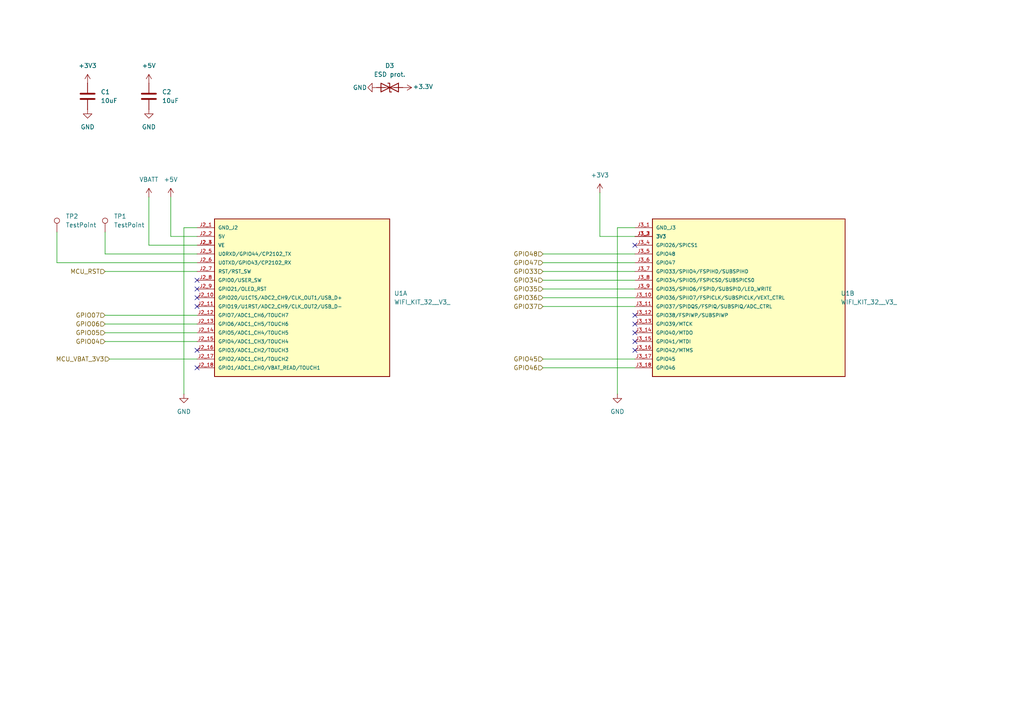
<source format=kicad_sch>
(kicad_sch (version 20250114) (generator "eeschema") (generator_version "9.0")
  (paper "A4")
  (lib_symbols
    (symbol "Connector:TestPoint" (pin_numbers (hide yes)) (pin_names (offset 0.762) (hide yes))
      (property "Reference" "TP" (at 0 6.858 0))
      (property "Value" "TestPoint" (at 0 5.08 0))
      (symbol "TestPoint_0_1"
        (circle (center 0 3.302) (radius 0.762))
      )
      (symbol "TestPoint_1_1"
        (pin passive line (at 0 0 90) (length 2.54) (name "1") (number "1"))
      )
    )
    (symbol "Device:C" (pin_numbers (hide yes)) (pin_names (offset 0.254))
      (property "Reference" "C" (at 0.635 2.54 0))
      (property "Value" "C" (at 0.635 -2.54 0))
      (symbol "C_0_1"
        (polyline (pts (xy -2.032 0.762) (xy 2.032 0.762)) (stroke (width 0.508)))
        (polyline (pts (xy -2.032 -0.762) (xy 2.032 -0.762)) (stroke (width 0.508)))
      )
      (symbol "C_1_1"
        (pin passive line (at 0 3.81 270) (length 2.794) (name "~") (number "1"))
        (pin passive line (at 0 -3.81 90) (length 2.794) (name "~") (number "2"))
      )
    )
    (symbol "Device:D_TVS" (pin_numbers (hide yes)) (pin_names (offset 1.016) (hide yes))
      (property "Reference" "D" (at 0 2.54 0))
      (property "Value" "D_TVS" (at 0 -2.54 0))
      (symbol "D_TVS_0_1"
        (polyline (pts (xy -2.54 1.27) (xy -2.54 -1.27) (xy 2.54 1.27) (xy 2.54 -1.27) (xy -2.54 1.27)) (stroke (width 0.254)))
        (polyline (pts (xy 0.508 1.27) (xy 0 1.27) (xy 0 -1.27) (xy -0.508 -1.27)) (stroke (width 0.254)))
        (polyline (pts (xy 1.27 0) (xy -1.27 0)))
      )
      (symbol "D_TVS_1_1"
        (pin passive line (at -3.81 0 0) (length 2.54) (name "A1") (number "1"))
        (pin passive line (at 3.81 0 180) (length 2.54) (name "A2") (number "2"))
      )
    )
    (symbol "WIFI_KIT_32__V3_:WIFI_KIT_32__V3_" (pin_names (offset 1.016))
      (property "Reference" "U" (at -25.4 23.368 0))
      (property "Value" "WIFI_KIT_32__V3_" (at -25.4 -25.4 0))
      (symbol "WIFI_KIT_32__V3__1_0"
        (rectangle (start -25.4 -22.86) (end 25.4 22.86) (stroke (width 0.254)) (fill (type background)))
        (pin power_in line (at -30.48 20.32 0) (length 5.08) (name "GND_J2") (number "J2_1"))
        (pin power_in line (at -30.48 17.78 0) (length 5.08) (name "5V") (number "J2_2"))
        (pin power_in line (at -30.48 15.24 0) (length 5.08) (name "VE") (number "J2_3"))
        (pin power_in line (at -30.48 15.24 0) (length 5.08) (name "VE") (number "J2_4"))
        (pin bidirectional line (at -30.48 12.7 0) (length 5.08) (name "U0RXD/GPIO44/CP2102_TX") (number "J2_5"))
        (pin bidirectional line (at -30.48 10.16 0) (length 5.08) (name "U0TXD/GPIO43/CP2102_RX") (number "J2_6"))
        (pin input line (at -30.48 7.62 0) (length 5.08) (name "RST/RST_SW") (number "J2_7"))
        (pin bidirectional line (at -30.48 5.08 0) (length 5.08) (name "GPIO0/USER_SW") (number "J2_8"))
        (pin bidirectional line (at -30.48 2.54 0) (length 5.08) (name "GPIO21/OLED_RST") (number "J2_9"))
        (pin bidirectional line (at -30.48 0 0) (length 5.08) (name "GPIO20/U1CTS/ADC2_CH9/CLK_OUT1/USB_D+") (number "J2_10"))
        (pin bidirectional line (at -30.48 -2.54 0) (length 5.08) (name "GPIO19/U1RST/ADC2_CH9/CLK_OUT2/USB_D-") (number "J2_11"))
        (pin bidirectional line (at -30.48 -5.08 0) (length 5.08) (name "GPIO7/ADC1_CH6/TOUCH7") (number "J2_12"))
        (pin bidirectional line (at -30.48 -7.62 0) (length 5.08) (name "GPIO6/ADC1_CH5/TOUCH6") (number "J2_13"))
        (pin bidirectional line (at -30.48 -10.16 0) (length 5.08) (name "GPIO5/ADC1_CH4/TOUCH5") (number "J2_14"))
        (pin bidirectional line (at -30.48 -12.7 0) (length 5.08) (name "GPIO4/ADC1_CH3/TOUCH4") (number "J2_15"))
        (pin bidirectional line (at -30.48 -15.24 0) (length 5.08) (name "GPIO3/ADC1_CH2/TOUCH3") (number "J2_16"))
        (pin bidirectional line (at -30.48 -17.78 0) (length 5.08) (name "GPIO2/ADC1_CH1/TOUCH2") (number "J2_17"))
        (pin bidirectional line (at -30.48 -20.32 0) (length 5.08) (name "GPIO1/ADC1_CH0/VBAT_READ/TOUCH1") (number "J2_18"))
      )
      (symbol "WIFI_KIT_32__V3__2_0"
        (rectangle (start -27.94 -22.86) (end 27.94 22.86) (stroke (width 0.254)) (fill (type background)))
        (pin power_in line (at -33.02 20.32 0) (length 5.08) (name "GND_J3") (number "J3_1"))
        (pin power_in line (at -33.02 17.78 0) (length 5.08) (name "3V3") (number "J3_2"))
        (pin power_in line (at -33.02 17.78 0) (length 5.08) (name "3V3") (number "J3_3"))
        (pin bidirectional line (at -33.02 15.24 0) (length 5.08) (name "GPIO26/SPICS1") (number "J3_4"))
        (pin bidirectional line (at -33.02 12.7 0) (length 5.08) (name "GPIO48") (number "J3_5"))
        (pin bidirectional line (at -33.02 10.16 0) (length 5.08) (name "GPIO47") (number "J3_6"))
        (pin bidirectional line (at -33.02 7.62 0) (length 5.08) (name "GPIO33/SPIIO4/FSPIHD/SUBSPIHD") (number "J3_7"))
        (pin bidirectional line (at -33.02 5.08 0) (length 5.08) (name "GPIO34/SPIIO5/FSPICS0/SUBSPICS0") (number "J3_8"))
        (pin bidirectional line (at -33.02 2.54 0) (length 5.08) (name "GPIO35/SPIIO6/FSPID/SUBSPID/LED_WRITE") (number "J3_9"))
        (pin bidirectional line (at -33.02 0 0) (length 5.08) (name "GPIO36/SPIIO7/FSPICLK/SUBSPICLK/VEXT_CTRL") (number "J3_10"))
        (pin bidirectional line (at -33.02 -2.54 0) (length 5.08) (name "GPIO37/SPIDQS/FSPIQ/SUBSPIQ/ADC_CTRL") (number "J3_11"))
        (pin bidirectional line (at -33.02 -5.08 0) (length 5.08) (name "GPIO38/FSPIWP/SUBSPIWP") (number "J3_12"))
        (pin bidirectional line (at -33.02 -7.62 0) (length 5.08) (name "GPIO39/MTCK") (number "J3_13"))
        (pin bidirectional line (at -33.02 -10.16 0) (length 5.08) (name "GPIO40/MTDO") (number "J3_14"))
        (pin bidirectional line (at -33.02 -12.7 0) (length 5.08) (name "GPIO41/MTDI") (number "J3_15"))
        (pin bidirectional line (at -33.02 -15.24 0) (length 5.08) (name "GPIO42/MTMS") (number "J3_16"))
        (pin bidirectional line (at -33.02 -17.78 0) (length 5.08) (name "GPIO45") (number "J3_17"))
        (pin bidirectional line (at -33.02 -20.32 0) (length 5.08) (name "GPIO46") (number "J3_18"))
      )
    )
    (symbol "mch2021-rescue:GND-power" (power) (pin_names (offset 0))
      (property "Value" "GND-power" (at 0 -3.81 0))
      (symbol "GND-power_0_1"
        (polyline (pts (xy 0 0) (xy 0 -1.27) (xy 1.27 -1.27) (xy 0 -2.54) (xy -1.27 -1.27) (xy 0 -1.27)))
      )
      (symbol "GND-power_1_1"
        (pin power_in line (at 0 0 270) (length 0) (hide yes) (name "GND") (number "1"))
      )
    )
    (symbol "power:+3.3V" (power) (pin_names (offset 0))
      (property "Value" "+3.3V" (at 0 3.556 0))
      (symbol "+3.3V_0_1"
        (polyline (pts (xy -0.762 1.27) (xy 0 2.54)))
        (polyline (pts (xy 0 2.54) (xy 0.762 1.27)))
        (polyline (pts (xy 0 0) (xy 0 2.54)))
      )
      (symbol "+3.3V_1_1"
        (pin power_in line (at 0 0 90) (length 0) (hide yes) (name "+3.3V") (number "1"))
      )
    )
    (symbol "power:+3V3" (power) (pin_numbers (hide yes)) (pin_names (offset 0) (hide yes))
      (property "Value" "+3V3" (at 0 3.556 0))
      (symbol "+3V3_0_1"
        (polyline (pts (xy -0.762 1.27) (xy 0 2.54)))
        (polyline (pts (xy 0 2.54) (xy 0.762 1.27)))
        (polyline (pts (xy 0 0) (xy 0 2.54)))
      )
      (symbol "+3V3_1_1"
        (pin power_in line (at 0 0 90) (length 0) (name "~") (number "1"))
      )
    )
    (symbol "power:+5V" (power) (pin_numbers (hide yes)) (pin_names (offset 0) (hide yes))
      (property "Value" "+5V" (at 0 3.556 0))
      (symbol "+5V_0_1"
        (polyline (pts (xy -0.762 1.27) (xy 0 2.54)))
        (polyline (pts (xy 0 2.54) (xy 0.762 1.27)))
        (polyline (pts (xy 0 0) (xy 0 2.54)))
      )
      (symbol "+5V_1_1"
        (pin power_in line (at 0 0 90) (length 0) (name "~") (number "1"))
      )
    )
    (symbol "power:GND" (power) (pin_numbers (hide yes)) (pin_names (offset 0) (hide yes))
      (property "Value" "GND" (at 0 -3.81 0))
      (symbol "GND_0_1"
        (polyline (pts (xy 0 0) (xy 0 -1.27) (xy 1.27 -1.27) (xy 0 -2.54) (xy -1.27 -1.27) (xy 0 -1.27)))
      )
      (symbol "GND_1_1"
        (pin power_in line (at 0 0 270) (length 0) (name "~") (number "1"))
      )
    )
    (symbol "power:VBUS" (power) (pin_numbers (hide yes)) (pin_names (offset 0) (hide yes))
      (property "Value" "VBUS" (at 0 3.556 0))
      (symbol "VBUS_0_1"
        (polyline (pts (xy -0.762 1.27) (xy 0 2.54)))
        (polyline (pts (xy 0 2.54) (xy 0.762 1.27)))
        (polyline (pts (xy 0 0) (xy 0 2.54)))
      )
      (symbol "VBUS_1_1"
        (pin power_in line (at 0 0 90) (length 0) (name "~") (number "1"))
      )
    )
  )
  (no_connect (at 57.15 83.82))
  (no_connect (at 184.15 99.06))
  (no_connect (at 57.15 101.6))
  (no_connect (at 184.15 101.6))
  (no_connect (at 184.15 71.12))
  (no_connect (at 184.15 93.98))
  (no_connect (at 57.15 81.28))
  (no_connect (at 57.15 86.36))
  (no_connect (at 184.15 96.52))
  (no_connect (at 57.15 106.68))
  (no_connect (at 57.15 88.9))
  (no_connect (at 184.15 91.44))
  (wire (pts (xy 157.48 78.74) (xy 184.15 78.74)))
  (wire (pts (xy 157.48 106.68) (xy 184.15 106.68)))
  (wire (pts (xy 157.48 76.2) (xy 184.15 76.2)))
  (wire (pts (xy 30.48 73.66) (xy 57.15 73.66)))
  (wire (pts (xy 157.48 81.28) (xy 184.15 81.28)))
  (wire (pts (xy 179.07 66.04) (xy 184.15 66.04)))
  (wire (pts (xy 30.48 91.44) (xy 57.15 91.44)))
  (wire (pts (xy 53.34 66.04) (xy 57.15 66.04)))
  (wire (pts (xy 49.53 57.15) (xy 49.53 68.58)))
  (wire (pts (xy 30.48 99.06) (xy 57.15 99.06)))
  (wire (pts (xy 53.34 66.04) (xy 53.34 114.3)))
  (wire (pts (xy 31.75 104.14) (xy 57.15 104.14)))
  (wire (pts (xy 173.99 55.88) (xy 173.99 68.58)))
  (wire (pts (xy 179.07 66.04) (xy 179.07 114.3)))
  (wire (pts (xy 43.18 57.15) (xy 43.18 71.12)))
  (wire (pts (xy 157.48 86.36) (xy 184.15 86.36)))
  (wire (pts (xy 157.48 83.82) (xy 184.15 83.82)))
  (wire (pts (xy 16.51 76.2) (xy 57.15 76.2)))
  (wire (pts (xy 157.48 104.14) (xy 184.15 104.14)))
  (wire (pts (xy 30.48 96.52) (xy 57.15 96.52)))
  (wire (pts (xy 157.48 73.66) (xy 184.15 73.66)))
  (wire (pts (xy 43.18 71.12) (xy 57.15 71.12)))
  (wire (pts (xy 30.48 67.31) (xy 30.48 73.66)))
  (wire (pts (xy 157.48 88.9) (xy 184.15 88.9)))
  (wire (pts (xy 30.48 78.74) (xy 57.15 78.74)))
  (wire (pts (xy 49.53 68.58) (xy 57.15 68.58)))
  (wire (pts (xy 16.51 67.31) (xy 16.51 76.2)))
  (wire (pts (xy 173.99 68.58) (xy 184.15 68.58)))
  (wire (pts (xy 30.48 93.98) (xy 57.15 93.98)))
  (hierarchical_label "GPIO06" (shape input) (at 30.48 93.98 180))
  (hierarchical_label "GPIO46" (shape input) (at 157.48 106.68 180))
  (hierarchical_label "GPIO37" (shape input) (at 157.48 88.9 180))
  (hierarchical_label "GPIO45" (shape input) (at 157.48 104.14 180))
  (hierarchical_label "GPIO34" (shape input) (at 157.48 81.28 180))
  (hierarchical_label "MCU_VBAT_3V3" (shape input) (at 31.75 104.14 180))
  (hierarchical_label "GPIO48" (shape input) (at 157.48 73.66 180))
  (hierarchical_label "GPIO33" (shape input) (at 157.48 78.74 180))
  (hierarchical_label "GPIO05" (shape input) (at 30.48 96.52 180))
  (hierarchical_label "GPIO07" (shape input) (at 30.48 91.44 180))
  (hierarchical_label "GPIO35" (shape input) (at 157.48 83.82 180))
  (hierarchical_label "GPIO47" (shape input) (at 157.48 76.2 180))
  (hierarchical_label "MCU_RST" (shape input) (at 30.48 78.74 180))
  (hierarchical_label "GPIO36" (shape input) (at 157.48 86.36 180))
  (hierarchical_label "GPIO04" (shape input) (at 30.48 99.06 180))
  (symbol (lib_id "WIFI_KIT_32__V3_:WIFI_KIT_32__V3_") (at 87.63 86.36 0) (unit 1) (in_bom no)
    (property "Reference" "U1" (at 114.3 85.0899 0) (effects (justify left)))
    (property "Value" "WIFI_KIT_32__V3_" (at 114.3 87.6299 0) (effects (justify left)))
    (property "Footprint" "footprints:MODULE_WIFI_KIT_32__V3_" (effects (hide yes)))
    (property "Datasheet" "https://heltec.org/project/wifi-lora-32-v3/" (effects (hide yes)))
    (property "Description" "Heltec Wifi Bluetooth LoRa module" (effects (hide yes)))
    (property "MF" "Heltec Automation" (effects (hide yes)))
    (property "MAXIMUM_PACKAGE_HEIGHT" "10.2mm" (effects (hide yes)))
    (property "Package" "Package" (effects (hide yes)))
    (property "Price" "None" (effects (hide yes)))
    (property "Check_prices" "https://www.snapeda.com/parts/WIFI%20KIT%2032%20(V3)/Heltec+Automation/view-part/?ref=eda" (effects (hide yes)))
    (property "STANDARD" "Manufacturer Recommendations" (effects (hide yes)))
    (property "PARTREV" "Rev 1.1" (effects (hide yes)))
    (property "SnapEDA_Link" "https://www.snapeda.com/parts/WIFI%20KIT%2032%20(V3)/Heltec+Automation/view-part/?ref=snap" (effects (hide yes)))
    (property "MP" "WIFI KIT 32 (V3)" (effects (hide yes)))
    (property "Description_1" "*GPIO input only\n*ADC preamplifier\n*GPIOs are 3.3V tolerant only" (effects (hide yes)))
    (property "Availability" "Not in stock" (effects (hide yes)))
    (property "MANUFACTURER" "Heltec Automation" (effects (hide yes)))
  )
  (symbol (lib_id "mch2021-rescue:GND-power") (at 109.22 25.4 270) (unit 1)
    (property "Reference" "#PWR040" (effects (hide yes)))
    (property "Value" "GND" (at 104.394 25.4 90))
  )
  (symbol (lib_id "Device:C") (at 25.4 27.94 0) (unit 1)
    (property "Reference" "C1" (at 29.21 26.6699 0) (effects (justify left)))
    (property "Value" "10uF" (at 29.21 29.2099 0) (effects (justify left)))
    (property "Footprint" "Capacitor_SMD:C_0805_2012Metric" (effects (hide yes)))
    (property "Datasheet" "https://jlcpcb.com/partdetail/2065-CL21A106KOQNNNE/C1713" (effects (hide yes)))
    (property "Description" "Unpolarized capacitor" (effects (hide yes)))
    (property "LCSC" "C1713" (effects (hide yes)))
  )
  (symbol (lib_id "power:+3V3") (at 173.99 55.88 0) (unit 1)
    (property "Reference" "#PWR01" (effects (hide yes)))
    (property "Value" "+3V3" (at 173.99 50.8 0))
    (property "Description" "Power symbol creates a global label with name \"+3V3\"" (effects (hide yes)))
  )
  (symbol (lib_id "power:+3.3V") (at 116.84 25.4 270) (unit 1)
    (property "Reference" "#PWR041" (effects (hide yes)))
    (property "Value" "+3.3V" (at 122.682 25.146 90))
    (property "Description" "Power symbol creates a global label with name \"+3.3V\"" (effects (hide yes)))
  )
  (symbol (lib_id "power:+5V") (at 49.53 57.15 0) (unit 1)
    (property "Reference" "#PWR02" (effects (hide yes)))
    (property "Value" "+5V" (at 49.53 52.07 0))
    (property "Description" "Power symbol creates a global label with name \"+5V\"" (effects (hide yes)))
  )
  (symbol (lib_id "power:+5V") (at 43.18 24.13 0) (unit 1)
    (property "Reference" "#PWR08" (effects (hide yes)))
    (property "Value" "+5V" (at 43.18 19.05 0))
    (property "Description" "Power symbol creates a global label with name \"+5V\"" (effects (hide yes)))
  )
  (symbol (lib_id "power:GND") (at 43.18 31.75 0) (unit 1)
    (property "Reference" "#PWR06" (effects (hide yes)))
    (property "Value" "GND" (at 43.18 36.83 0))
    (property "Description" "Power symbol creates a global label with name \"GND\" , ground" (effects (hide yes)))
  )
  (symbol (lib_id "Connector:TestPoint") (at 16.51 67.31 0) (unit 1)
    (property "Reference" "TP2" (at 19.05 62.7379 0) (effects (justify left)))
    (property "Value" "TestPoint" (at 19.05 65.2779 0) (effects (justify left)))
    (property "Footprint" "TestPoint:TestPoint_Pad_D1.0mm" (effects (hide yes)))
    (property "Description" "test point" (effects (hide yes)))
  )
  (symbol (lib_id "Device:D_TVS") (at 113.03 25.4 0) (mirror y) (unit 1)
    (property "Reference" "D3" (at 113.03 19.05 0))
    (property "Value" "ESD prot." (at 113.03 21.59 0))
    (property "Footprint" "Diode_SMD:D_SOD-323" (effects (hide yes)))
    (property "Datasheet" "https://jlcpcb.com/partdetail/Elecsuper-CDSOD323T03SC/C22363742" (effects (hide yes)))
    (property "LCSC" "C22363742" (effects (hide yes)))
  )
  (symbol (lib_id "WIFI_KIT_32__V3_:WIFI_KIT_32__V3_") (at 217.17 86.36 0) (unit 2) (in_bom no)
    (property "Reference" "U1" (at 243.84 85.0899 0) (effects (justify left)))
    (property "Value" "WIFI_KIT_32__V3_" (at 243.84 87.6299 0) (effects (justify left)))
    (property "Footprint" "footprints:MODULE_WIFI_KIT_32__V3_" (effects (hide yes)))
    (property "Datasheet" "https://heltec.org/project/wifi-lora-32-v3/" (effects (hide yes)))
    (property "Description" "Heltec Wifi Bluetooth LoRa module" (effects (hide yes)))
    (property "MF" "Heltec Automation" (effects (hide yes)))
    (property "MAXIMUM_PACKAGE_HEIGHT" "10.2mm" (effects (hide yes)))
    (property "Package" "Package" (effects (hide yes)))
    (property "Price" "None" (effects (hide yes)))
    (property "Check_prices" "https://www.snapeda.com/parts/WIFI%20KIT%2032%20(V3)/Heltec+Automation/view-part/?ref=eda" (effects (hide yes)))
    (property "STANDARD" "Manufacturer Recommendations" (effects (hide yes)))
    (property "PARTREV" "Rev 1.1" (effects (hide yes)))
    (property "SnapEDA_Link" "https://www.snapeda.com/parts/WIFI%20KIT%2032%20(V3)/Heltec+Automation/view-part/?ref=snap" (effects (hide yes)))
    (property "MP" "WIFI KIT 32 (V3)" (effects (hide yes)))
    (property "Description_1" "*GPIO input only\n*ADC preamplifier\n*GPIOs are 3.3V tolerant only" (effects (hide yes)))
    (property "Availability" "Not in stock" (effects (hide yes)))
    (property "MANUFACTURER" "Heltec Automation" (effects (hide yes)))
  )
  (symbol (lib_id "power:+3V3") (at 25.4 24.13 0) (unit 1)
    (property "Reference" "#PWR09" (effects (hide yes)))
    (property "Value" "+3V3" (at 25.4 19.05 0))
    (property "Description" "Power symbol creates a global label with name \"+3V3\"" (effects (hide yes)))
  )
  (symbol (lib_id "power:GND") (at 53.34 114.3 0) (unit 1)
    (property "Reference" "#PWR05" (effects (hide yes)))
    (property "Value" "GND" (at 53.34 119.38 0))
    (property "Description" "Power symbol creates a global label with name \"GND\" , ground" (effects (hide yes)))
  )
  (symbol (lib_id "power:GND") (at 179.07 114.3 0) (unit 1)
    (property "Reference" "#PWR03" (effects (hide yes)))
    (property "Value" "GND" (at 179.07 119.38 0))
    (property "Description" "Power symbol creates a global label with name \"GND\" , ground" (effects (hide yes)))
  )
  (symbol (lib_id "Device:C") (at 43.18 27.94 0) (unit 1)
    (property "Reference" "C2" (at 46.99 26.6699 0) (effects (justify left)))
    (property "Value" "10uF" (at 46.99 29.2099 0) (effects (justify left)))
    (property "Footprint" "Capacitor_SMD:C_0805_2012Metric" (effects (hide yes)))
    (property "Datasheet" "https://jlcpcb.com/partdetail/2065-CL21A106KOQNNNE/C1713" (effects (hide yes)))
    (property "Description" "Unpolarized capacitor" (effects (hide yes)))
    (property "LCSC" "C1713" (effects (hide yes)))
  )
  (symbol (lib_id "power:VBUS") (at 43.18 57.15 0) (unit 1)
    (property "Reference" "#PWR04" (effects (hide yes)))
    (property "Value" "VBATT" (at 43.18 52.07 0))
    (property "Description" "Power symbol creates a global label with name \"VBUS\"" (effects (hide yes)))
  )
  (symbol (lib_id "power:GND") (at 25.4 31.75 0) (unit 1)
    (property "Reference" "#PWR07" (effects (hide yes)))
    (property "Value" "GND" (at 25.4 36.83 0))
    (property "Description" "Power symbol creates a global label with name \"GND\" , ground" (effects (hide yes)))
  )
  (symbol (lib_id "Connector:TestPoint") (at 30.48 67.31 0) (unit 1)
    (property "Reference" "TP1" (at 33.02 62.7379 0) (effects (justify left)))
    (property "Value" "TestPoint" (at 33.02 65.2779 0) (effects (justify left)))
    (property "Footprint" "TestPoint:TestPoint_Pad_D1.0mm" (effects (hide yes)))
    (property "Description" "test point" (effects (hide yes)))
  )
)
</source>
